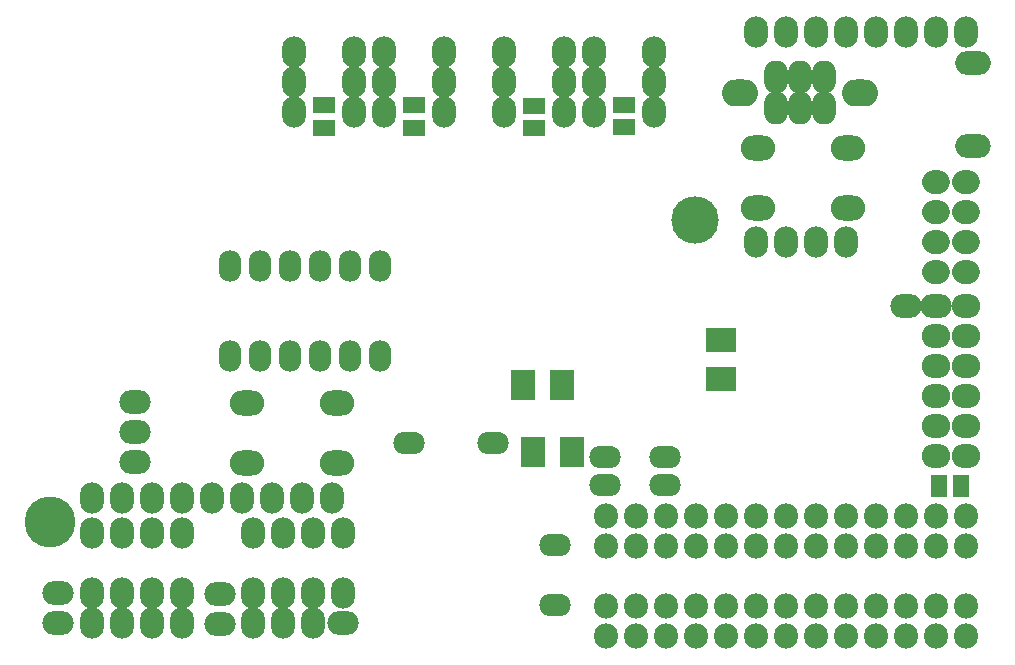
<source format=gbs>
G04 (created by PCBNEW-RS274X (2012-01-19 BZR 3256)-stable) date 5/6/2556 16:26:55*
G01*
G70*
G90*
%MOIN*%
G04 Gerber Fmt 3.4, Leading zero omitted, Abs format*
%FSLAX34Y34*%
G04 APERTURE LIST*
%ADD10C,0.006000*%
%ADD11O,0.080000X0.085000*%
%ADD12C,0.170000*%
%ADD13C,0.158100*%
%ADD14O,0.080000X0.105000*%
%ADD15O,0.105000X0.075000*%
%ADD16O,0.105000X0.080000*%
%ADD17O,0.115000X0.084000*%
%ADD18O,0.080000X0.110000*%
%ADD19O,0.120000X0.090000*%
%ADD20O,0.075000X0.105000*%
%ADD21O,0.095000X0.080000*%
%ADD22R,0.080000X0.100000*%
%ADD23R,0.100000X0.080000*%
%ADD24R,0.055000X0.075000*%
%ADD25C,0.080000*%
%ADD26R,0.075000X0.055000*%
%ADD27O,0.118400X0.079400*%
%ADD28O,0.118400X0.080000*%
G04 APERTURE END LIST*
G54D10*
G54D11*
X71949Y-48170D03*
X71949Y-49170D03*
X70949Y-48170D03*
X70949Y-49170D03*
X69949Y-48170D03*
X69949Y-49170D03*
X68949Y-48170D03*
X68949Y-49170D03*
X67949Y-48170D03*
X67949Y-49170D03*
X66949Y-48170D03*
X66949Y-49170D03*
X65949Y-48170D03*
X65949Y-49170D03*
X64949Y-48170D03*
X64949Y-49170D03*
X63949Y-48170D03*
X63949Y-49170D03*
X62949Y-48170D03*
X62949Y-49170D03*
X61949Y-48170D03*
X61949Y-49170D03*
X60949Y-48170D03*
X60949Y-49170D03*
X59949Y-48170D03*
X59949Y-49170D03*
G54D12*
X41402Y-45342D03*
G54D13*
X62898Y-35283D03*
G54D14*
X64943Y-36027D03*
X65943Y-36027D03*
X66943Y-36027D03*
X67943Y-36027D03*
G54D15*
X58246Y-48116D03*
X58246Y-46116D03*
G54D16*
X41678Y-48737D03*
X41678Y-47737D03*
G54D17*
X68016Y-32897D03*
X68016Y-34897D03*
X65016Y-32897D03*
X65016Y-34897D03*
G54D18*
X67210Y-30530D03*
X67210Y-31550D03*
X66410Y-30530D03*
X66410Y-31550D03*
X65610Y-30530D03*
X65610Y-31550D03*
G54D19*
X64410Y-31040D03*
X68410Y-31040D03*
G54D14*
X48186Y-45737D03*
X49186Y-45737D03*
X50186Y-45737D03*
X51186Y-45737D03*
G54D16*
X47064Y-48745D03*
X47064Y-47745D03*
G54D15*
X61914Y-43204D03*
X59914Y-43204D03*
G54D14*
X51538Y-29692D03*
X51538Y-30692D03*
X51538Y-31692D03*
X52538Y-29692D03*
X52538Y-30692D03*
X52538Y-31692D03*
G54D20*
X52423Y-36816D03*
X47423Y-36816D03*
X47423Y-39808D03*
X52423Y-39808D03*
X51423Y-39808D03*
X50423Y-39808D03*
X49423Y-39808D03*
X48423Y-39808D03*
X51423Y-36816D03*
X50423Y-36816D03*
X49423Y-36816D03*
X48423Y-36816D03*
G54D14*
X42804Y-44564D03*
X43804Y-44564D03*
X44804Y-44564D03*
X45804Y-44564D03*
X46804Y-44564D03*
X47804Y-44564D03*
X48804Y-44564D03*
X49804Y-44564D03*
X50804Y-44564D03*
X61538Y-31692D03*
X61538Y-30692D03*
X61538Y-29692D03*
X56538Y-31692D03*
X56538Y-30692D03*
X56538Y-29692D03*
X54538Y-31692D03*
X54538Y-30692D03*
X54538Y-29692D03*
X49538Y-31692D03*
X49538Y-30692D03*
X49538Y-29692D03*
G54D16*
X44237Y-41361D03*
X44237Y-42361D03*
X44237Y-43361D03*
G54D15*
X61914Y-44136D03*
X59914Y-44136D03*
G54D14*
X58538Y-29692D03*
X58538Y-30692D03*
X58538Y-31692D03*
X59538Y-29692D03*
X59538Y-30692D03*
X59538Y-31692D03*
G54D21*
X71950Y-43150D03*
X71950Y-42150D03*
X71950Y-41150D03*
X71950Y-40150D03*
X71950Y-39150D03*
X71950Y-38150D03*
X70950Y-43150D03*
X70950Y-42150D03*
X70950Y-41150D03*
X70950Y-40150D03*
X70950Y-39150D03*
G54D14*
X51186Y-47737D03*
G54D16*
X51186Y-48737D03*
G54D14*
X50186Y-47737D03*
X50186Y-48737D03*
X49186Y-47737D03*
X49186Y-48737D03*
X48186Y-47737D03*
X48186Y-48737D03*
X42800Y-45737D03*
X43800Y-45737D03*
X44800Y-45737D03*
X45800Y-45737D03*
X45800Y-47737D03*
X45800Y-48737D03*
X44800Y-47737D03*
X44800Y-48737D03*
X43800Y-47737D03*
X43800Y-48737D03*
X42800Y-47737D03*
X42800Y-48737D03*
G54D22*
X57508Y-43008D03*
X58808Y-43008D03*
X57166Y-40779D03*
X58466Y-40779D03*
G54D23*
X63783Y-39283D03*
X63783Y-40583D03*
G54D24*
X71045Y-44142D03*
X71795Y-44142D03*
G54D25*
X71875Y-34030D02*
X72025Y-34030D01*
X71875Y-35030D02*
X72025Y-35030D01*
X71875Y-36030D02*
X72025Y-36030D01*
X71875Y-37030D02*
X72025Y-37030D01*
G54D14*
X70944Y-29016D03*
X71944Y-29016D03*
G54D16*
X70930Y-38150D03*
X69930Y-38150D03*
G54D26*
X50544Y-31461D03*
X50544Y-32211D03*
X53543Y-31468D03*
X53543Y-32218D03*
X57540Y-31482D03*
X57540Y-32232D03*
X60537Y-31449D03*
X60537Y-32199D03*
G54D17*
X50976Y-41378D03*
X50976Y-43378D03*
X47976Y-41378D03*
X47976Y-43378D03*
G54D11*
X71951Y-45149D03*
X71951Y-46149D03*
X70951Y-45149D03*
X70951Y-46149D03*
X69951Y-45149D03*
X69951Y-46149D03*
X68951Y-45149D03*
X68951Y-46149D03*
X67951Y-45149D03*
X67951Y-46149D03*
X66951Y-45149D03*
X66951Y-46149D03*
X65951Y-45149D03*
X65951Y-46149D03*
X64951Y-45149D03*
X64951Y-46149D03*
X63951Y-45149D03*
X63951Y-46149D03*
X62951Y-45149D03*
X62951Y-46149D03*
X61951Y-45149D03*
X61951Y-46149D03*
X60951Y-45149D03*
X60951Y-46149D03*
X59951Y-45149D03*
X59951Y-46149D03*
G54D25*
X70878Y-34032D02*
X71028Y-34032D01*
X70878Y-35032D02*
X71028Y-35032D01*
X70878Y-36032D02*
X71028Y-36032D01*
X70878Y-37032D02*
X71028Y-37032D01*
G54D27*
X72192Y-32822D03*
G54D28*
X72192Y-30066D03*
G54D14*
X64944Y-29015D03*
X65944Y-29015D03*
X66944Y-29015D03*
X67944Y-29015D03*
X69944Y-29016D03*
X68944Y-29016D03*
G54D15*
X56183Y-42714D03*
X53383Y-42714D03*
M02*

</source>
